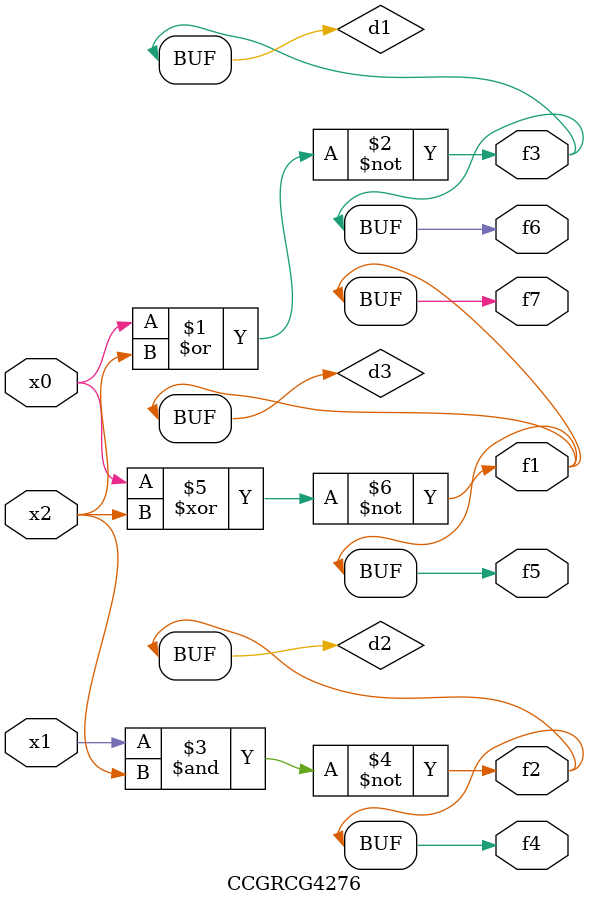
<source format=v>
module CCGRCG4276(
	input x0, x1, x2,
	output f1, f2, f3, f4, f5, f6, f7
);

	wire d1, d2, d3;

	nor (d1, x0, x2);
	nand (d2, x1, x2);
	xnor (d3, x0, x2);
	assign f1 = d3;
	assign f2 = d2;
	assign f3 = d1;
	assign f4 = d2;
	assign f5 = d3;
	assign f6 = d1;
	assign f7 = d3;
endmodule

</source>
